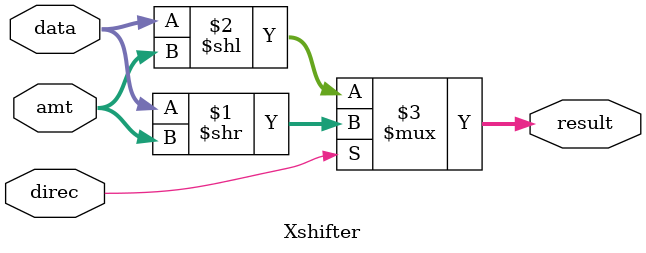
<source format=v>
`timescale 1ns / 1ps
module Xshifter(result, data, amt, direc);

    output  [31:0]  result;
    input   [31:0]  data;
    input   [4:0]   amt;
    input           direc;  //0 = lshf, 1 = rshf

    assign	result = (direc)? (data >> amt) : (data << amt);

endmodule

</source>
